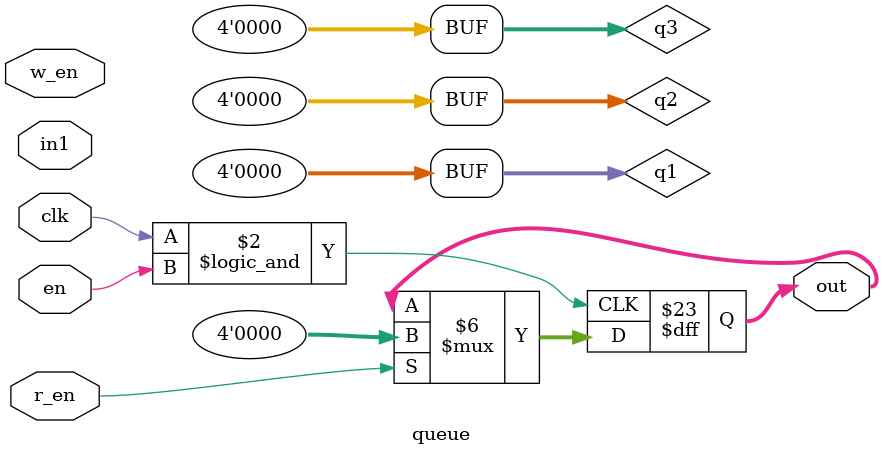
<source format=v>
module queue(out, r_en , w_en ,clk,en, in1);
	reg [3:0] q1 ;
	reg [3:0] q2 ;
	reg [3:0] q3 ;
	output	reg [3:0] out;
	input  [3:0] in1;
	input r_en;
	input w_en;
	input en;
	input clk;
	wire clk, en , w_en, r_en ;
	wire  [3:0]in1;	

	always @ (posedge clk && en)  begin
		if(w_en==1) begin
			q1<=q2;
			q2<=q3;
			q3<=in1;	
		end
		if(r_en == 1 ) begin
			out <= q1;
			q1<=q2;
			q2<=q3;
			q3<=in1;
		end 
	end
	always @(en==0) begin
		 q1 <= 4'b0000;
		 q2 <= 4'b0000;
		 q3 <= 4'b0000;
	end
endmodule
		
	

</source>
